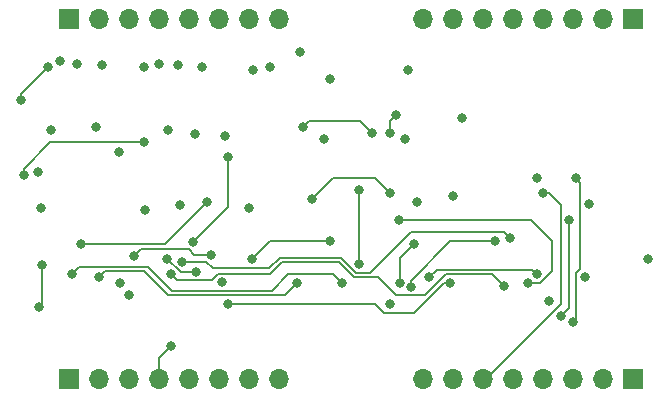
<source format=gbr>
%TF.GenerationSoftware,KiCad,Pcbnew,(5.1.10-1-10_14)*%
%TF.CreationDate,2021-12-18T11:30:40-05:00*%
%TF.ProjectId,Arithmetic,41726974-686d-4657-9469-632e6b696361,rev?*%
%TF.SameCoordinates,Original*%
%TF.FileFunction,Copper,L4,Bot*%
%TF.FilePolarity,Positive*%
%FSLAX46Y46*%
G04 Gerber Fmt 4.6, Leading zero omitted, Abs format (unit mm)*
G04 Created by KiCad (PCBNEW (5.1.10-1-10_14)) date 2021-12-18 11:30:40*
%MOMM*%
%LPD*%
G01*
G04 APERTURE LIST*
%TA.AperFunction,ComponentPad*%
%ADD10R,1.700000X1.700000*%
%TD*%
%TA.AperFunction,ComponentPad*%
%ADD11O,1.700000X1.700000*%
%TD*%
%TA.AperFunction,ViaPad*%
%ADD12C,0.800000*%
%TD*%
%TA.AperFunction,Conductor*%
%ADD13C,0.200000*%
%TD*%
G04 APERTURE END LIST*
D10*
%TO.P,J4,1*%
%TO.N,~ADDER_OUT*%
X156718000Y-78232000D03*
D11*
%TO.P,J4,2*%
%TO.N,TWOS_COMP*%
X154178000Y-78232000D03*
%TO.P,J4,3*%
%TO.N,ADC_SBB*%
X151638000Y-78232000D03*
%TO.P,J4,4*%
%TO.N,CARRY_FLAG_IN*%
X149098000Y-78232000D03*
%TO.P,J4,5*%
%TO.N,OP_MUX_SEL*%
X146558000Y-78232000D03*
%TO.P,J4,6*%
%TO.N,ADDER_CARRY_OUT*%
X144018000Y-78232000D03*
%TO.P,J4,7*%
%TO.N,GND*%
X141478000Y-78232000D03*
%TO.P,J4,8*%
%TO.N,VCC*%
X138938000Y-78232000D03*
%TD*%
%TO.P,J3,8*%
%TO.N,SUM0*%
X138938000Y-47752000D03*
%TO.P,J3,7*%
%TO.N,SUM1*%
X141478000Y-47752000D03*
%TO.P,J3,6*%
%TO.N,SUM2*%
X144018000Y-47752000D03*
%TO.P,J3,5*%
%TO.N,SUM3*%
X146558000Y-47752000D03*
%TO.P,J3,4*%
%TO.N,SUM4*%
X149098000Y-47752000D03*
%TO.P,J3,3*%
%TO.N,SUM5*%
X151638000Y-47752000D03*
%TO.P,J3,2*%
%TO.N,SUM6*%
X154178000Y-47752000D03*
D10*
%TO.P,J3,1*%
%TO.N,SUM7*%
X156718000Y-47752000D03*
%TD*%
D11*
%TO.P,J2,8*%
%TO.N,B7*%
X126746000Y-47752000D03*
%TO.P,J2,7*%
%TO.N,B6*%
X124206000Y-47752000D03*
%TO.P,J2,6*%
%TO.N,B5*%
X121666000Y-47752000D03*
%TO.P,J2,5*%
%TO.N,B4*%
X119126000Y-47752000D03*
%TO.P,J2,4*%
%TO.N,B3*%
X116586000Y-47752000D03*
%TO.P,J2,3*%
%TO.N,B2*%
X114046000Y-47752000D03*
%TO.P,J2,2*%
%TO.N,B1*%
X111506000Y-47752000D03*
D10*
%TO.P,J2,1*%
%TO.N,B0*%
X108966000Y-47752000D03*
%TD*%
D11*
%TO.P,J1,8*%
%TO.N,A7*%
X126746000Y-78232000D03*
%TO.P,J1,7*%
%TO.N,A6*%
X124206000Y-78232000D03*
%TO.P,J1,6*%
%TO.N,A5*%
X121666000Y-78232000D03*
%TO.P,J1,5*%
%TO.N,A4*%
X119126000Y-78232000D03*
%TO.P,J1,4*%
%TO.N,A3*%
X116586000Y-78232000D03*
%TO.P,J1,3*%
%TO.N,A2*%
X114046000Y-78232000D03*
%TO.P,J1,2*%
%TO.N,A1*%
X111506000Y-78232000D03*
D10*
%TO.P,J1,1*%
%TO.N,A0*%
X108966000Y-78232000D03*
%TD*%
D12*
%TO.N,A7*%
X145099732Y-66486010D03*
X137922000Y-70419990D03*
%TO.N,A6*%
X138176000Y-66802000D03*
X137003594Y-70024319D03*
%TO.N,A3*%
X117602000Y-75438000D03*
X124460000Y-68072000D03*
X131064000Y-66548000D03*
%TO.N,VCC*%
X107188000Y-51816000D03*
X111252000Y-56896000D03*
X109639534Y-51534040D03*
X111775442Y-51646020D03*
X115316000Y-51816000D03*
X117348000Y-57150000D03*
X106618010Y-63754000D03*
X119643010Y-57449071D03*
X118254876Y-51616548D03*
X120247733Y-51754010D03*
X115400021Y-63857500D03*
X124610500Y-52070000D03*
X131064000Y-52832000D03*
X137668000Y-52070000D03*
X138430000Y-63184010D03*
X128524000Y-50546000D03*
X141478000Y-62738000D03*
X124206000Y-63754000D03*
X106412977Y-60692977D03*
X104902000Y-54610000D03*
X153031000Y-63369000D03*
X152654000Y-69596000D03*
%TO.N,GND*%
X108204000Y-51308000D03*
X113215500Y-58996500D03*
X122174000Y-57658000D03*
X113284000Y-70104000D03*
X116586000Y-51562000D03*
X125984000Y-51816000D03*
X130556000Y-57912000D03*
X137414000Y-57898500D03*
X142240000Y-56134000D03*
X149600000Y-71622000D03*
X136144000Y-71882000D03*
X121985732Y-70019979D03*
X148590000Y-61214000D03*
X107442000Y-57150000D03*
X157988000Y-68072000D03*
%TO.N,ADDER_CARRY_OUT*%
X149098000Y-62484000D03*
%TO.N,OP_MUX_SEL*%
X115316000Y-58166000D03*
X105155990Y-60960000D03*
%TO.N,CARRY_FLAG_IN*%
X150622000Y-72898000D03*
X151322010Y-64770000D03*
%TO.N,ADC_SBB*%
X151892000Y-61214000D03*
X151638000Y-73406000D03*
%TO.N,TWOS_COMP*%
X114046000Y-71120000D03*
X118364000Y-63500000D03*
X106425986Y-72136000D03*
X106680000Y-68580000D03*
%TO.N,Net-(U2-Pad9)*%
X119470423Y-66620182D03*
X122428000Y-59436000D03*
%TO.N,Net-(U2-Pad7)*%
X117301322Y-67991728D03*
X119748983Y-69149990D03*
%TO.N,OP3*%
X109982000Y-66802000D03*
X120649980Y-63246000D03*
%TO.N,OP2*%
X114540500Y-67818000D03*
X121017982Y-67704018D03*
%TO.N,OP1*%
X111506000Y-69596000D03*
X128270000Y-70104000D03*
%TO.N,OP0*%
X109220000Y-69342000D03*
X132080000Y-70104000D03*
%TO.N,OP7*%
X146304000Y-66294000D03*
X118587257Y-68295257D03*
%TO.N,OP6*%
X129540000Y-62992000D03*
X136144000Y-62483994D03*
%TO.N,OP5*%
X122428000Y-71882000D03*
X141224000Y-70104000D03*
%TO.N,OP4*%
X117602000Y-69342000D03*
X145796000Y-70358000D03*
%TO.N,Net-(U5-Pad9)*%
X147828000Y-70104000D03*
X136906000Y-64770000D03*
%TO.N,ADDER_CARRY_IN*%
X133550880Y-68495216D03*
X133573312Y-62168010D03*
%TO.N,Net-(U6-Pad1)*%
X139501522Y-69566513D03*
X148589994Y-69342000D03*
%TO.N,Net-(U32-Pad4)*%
X134620000Y-57404000D03*
X128778000Y-56896000D03*
%TO.N,Net-(U33-Pad6)*%
X136144000Y-57404000D03*
X136652000Y-55880000D03*
%TD*%
D13*
%TO.N,A7*%
X137922000Y-69854305D02*
X137922000Y-70419990D01*
X145099732Y-66486010D02*
X141290295Y-66486010D01*
X141290295Y-66486010D02*
X137922000Y-69854305D01*
%TO.N,A6*%
X138176000Y-66802000D02*
X137003594Y-67974406D01*
X137003594Y-67974406D02*
X137003594Y-70024319D01*
%TO.N,A3*%
X116586000Y-78232000D02*
X116586000Y-76454000D01*
X116586000Y-76454000D02*
X117602000Y-75438000D01*
X125984000Y-66548000D02*
X131064000Y-66548000D01*
X124460000Y-68072000D02*
X125984000Y-66548000D01*
%TO.N,VCC*%
X107188000Y-51816000D02*
X105664000Y-53340000D01*
X105664000Y-53340000D02*
X104902000Y-54102000D01*
X104902000Y-54102000D02*
X104902000Y-54610000D01*
%TO.N,ADDER_CARRY_OUT*%
X150622000Y-63500000D02*
X150622000Y-71882000D01*
X149606000Y-62484000D02*
X150622000Y-63500000D01*
X149098000Y-62484000D02*
X149606000Y-62484000D01*
X144272000Y-78232000D02*
X144018000Y-78232000D01*
X150622000Y-71882000D02*
X144272000Y-78232000D01*
%TO.N,OP_MUX_SEL*%
X115316000Y-58166000D02*
X107384305Y-58166000D01*
X107384305Y-58166000D02*
X105155990Y-60394315D01*
X105155990Y-60394315D02*
X105155990Y-60960000D01*
%TO.N,CARRY_FLAG_IN*%
X150622000Y-72898000D02*
X151322010Y-72197990D01*
X151322010Y-72197990D02*
X151322010Y-64770000D01*
%TO.N,ADC_SBB*%
X151953999Y-73090001D02*
X151638000Y-73406000D01*
X152291999Y-61613999D02*
X152291999Y-68921999D01*
X151953999Y-69259999D02*
X151953999Y-73090001D01*
X151892000Y-61214000D02*
X152291999Y-61613999D01*
X152291999Y-68921999D02*
X151953999Y-69259999D01*
%TO.N,TWOS_COMP*%
X106680000Y-71881986D02*
X106425986Y-72136000D01*
X106680000Y-68580000D02*
X106680000Y-71881986D01*
%TO.N,Net-(U2-Pad9)*%
X119470423Y-66620182D02*
X122428000Y-63662605D01*
X122428000Y-63662605D02*
X122428000Y-59436000D01*
%TO.N,Net-(U2-Pad7)*%
X118445992Y-69149990D02*
X119748983Y-69149990D01*
X117301322Y-68005320D02*
X118445992Y-69149990D01*
X117301322Y-67991728D02*
X117301322Y-68005320D01*
%TO.N,OP3*%
X109982000Y-66802000D02*
X117093980Y-66802000D01*
X117093980Y-66802000D02*
X120649980Y-63246000D01*
%TO.N,OP2*%
X114540500Y-67818000D02*
X115132512Y-67225988D01*
X119119690Y-67225988D02*
X119597720Y-67704018D01*
X119597720Y-67704018D02*
X121017982Y-67704018D01*
X115132512Y-67225988D02*
X119119690Y-67225988D01*
%TO.N,OP1*%
X127870001Y-70503999D02*
X128270000Y-70104000D01*
X127254000Y-71120000D02*
X127870001Y-70503999D01*
X117348000Y-71120000D02*
X127254000Y-71120000D01*
X115316000Y-69088000D02*
X117348000Y-71120000D01*
X112014000Y-69088000D02*
X115316000Y-69088000D01*
X111506000Y-69596000D02*
X112014000Y-69088000D01*
%TO.N,OP0*%
X131318000Y-69342000D02*
X132080000Y-70104000D01*
X109220000Y-69342000D02*
X109874011Y-68687989D01*
X117709989Y-70719989D02*
X126187711Y-70719989D01*
X127565700Y-69342000D02*
X131318000Y-69342000D01*
X126187711Y-70719989D02*
X127565700Y-69342000D01*
X115677989Y-68687989D02*
X117709989Y-70719989D01*
X109874011Y-68687989D02*
X115677989Y-68687989D01*
%TO.N,OP7*%
X134512011Y-69195989D02*
X133261689Y-69195989D01*
X125926300Y-68834000D02*
X121158000Y-68834000D01*
X126834311Y-67925989D02*
X125926300Y-68834000D01*
X146304000Y-66294000D02*
X145796000Y-65786000D01*
X121158000Y-68834000D02*
X120619257Y-68295257D01*
X145796000Y-65786000D02*
X137922000Y-65786000D01*
X133261689Y-69195989D02*
X131991689Y-67925989D01*
X137922000Y-65786000D02*
X134512011Y-69195989D01*
X131991689Y-67925989D02*
X126834311Y-67925989D01*
X120619257Y-68295257D02*
X118587257Y-68295257D01*
%TO.N,OP6*%
X134874006Y-61214000D02*
X136144000Y-62483994D01*
X131318000Y-61214000D02*
X134874006Y-61214000D01*
X129540000Y-62992000D02*
X131318000Y-61214000D01*
%TO.N,OP5*%
X122428000Y-71882000D02*
X134874000Y-71882000D01*
X134874000Y-71882000D02*
X135636000Y-72644000D01*
X135636000Y-72644000D02*
X138176000Y-72644000D01*
X140716000Y-70104000D02*
X141224000Y-70104000D01*
X138176000Y-72644000D02*
X140716000Y-70104000D01*
%TO.N,OP4*%
X140912300Y-69342000D02*
X144780000Y-69342000D01*
X139134300Y-71120000D02*
X140912300Y-69342000D01*
X136652000Y-71120000D02*
X139134300Y-71120000D01*
X127000000Y-68326000D02*
X131826000Y-68326000D01*
X122343755Y-69342000D02*
X125984000Y-69342000D01*
X125984000Y-69342000D02*
X127000000Y-68326000D01*
X144780000Y-69342000D02*
X145796000Y-70358000D01*
X133096000Y-69596000D02*
X135128000Y-69596000D01*
X122321733Y-69319978D02*
X122343755Y-69342000D01*
X121119709Y-69850000D02*
X121649731Y-69319978D01*
X121649731Y-69319978D02*
X122321733Y-69319978D01*
X118110000Y-69850000D02*
X121119709Y-69850000D01*
X135128000Y-69596000D02*
X136652000Y-71120000D01*
X131826000Y-68326000D02*
X133096000Y-69596000D01*
X117602000Y-69342000D02*
X118110000Y-69850000D01*
%TO.N,Net-(U5-Pad9)*%
X147828000Y-70104000D02*
X148844000Y-70104000D01*
X148844000Y-70104000D02*
X149860000Y-69088000D01*
X149860000Y-69088000D02*
X149860000Y-66548000D01*
X149860000Y-66548000D02*
X148082000Y-64770000D01*
X148082000Y-64770000D02*
X143002000Y-64770000D01*
X143002000Y-64770000D02*
X137160000Y-64770000D01*
X137160000Y-64770000D02*
X136906000Y-64770000D01*
%TO.N,ADDER_CARRY_IN*%
X133550880Y-68495216D02*
X133550880Y-62190442D01*
X133550880Y-62190442D02*
X133573312Y-62168010D01*
%TO.N,Net-(U6-Pad1)*%
X140126046Y-68941989D02*
X148189983Y-68941989D01*
X148189983Y-68941989D02*
X148589994Y-69342000D01*
X139501522Y-69566513D02*
X140126046Y-68941989D01*
%TO.N,Net-(U32-Pad4)*%
X134620000Y-57404000D02*
X133604000Y-56388000D01*
X133604000Y-56388000D02*
X129286000Y-56388000D01*
X129286000Y-56388000D02*
X128778000Y-56896000D01*
%TO.N,Net-(U33-Pad6)*%
X136144000Y-56388000D02*
X136652000Y-55880000D01*
X136144000Y-57404000D02*
X136144000Y-56388000D01*
%TD*%
M02*

</source>
